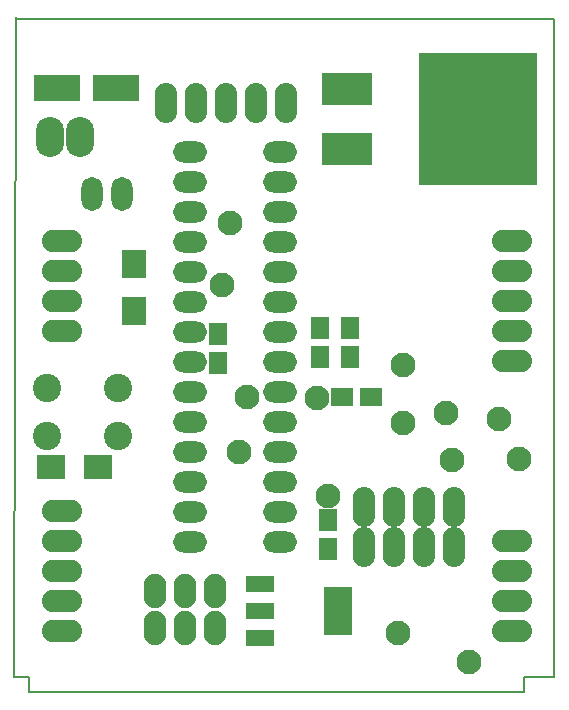
<source format=gbr>
G04 #@! TF.FileFunction,Soldermask,Bot*
%FSLAX46Y46*%
G04 Gerber Fmt 4.6, Leading zero omitted, Abs format (unit mm)*
G04 Created by KiCad (PCBNEW no-bzr-product) date 06/18/16 10:32:15*
%MOMM*%
%LPD*%
G01*
G04 APERTURE LIST*
%ADD10C,0.100000*%
%ADD11C,0.150000*%
%ADD12O,1.900000X3.400000*%
%ADD13O,1.900000X2.900000*%
%ADD14O,3.400000X1.900000*%
%ADD15R,2.432000X4.057600*%
%ADD16R,2.432000X1.416000*%
%ADD17O,1.800000X2.900000*%
%ADD18C,2.400000*%
%ADD19C,2.100000*%
%ADD20O,2.400000X3.400000*%
%ADD21O,2.900000X1.800000*%
%ADD22R,1.650000X1.900000*%
%ADD23R,2.100000X2.400000*%
%ADD24R,1.900000X1.650000*%
%ADD25R,2.400000X2.100000*%
%ADD26R,3.900120X2.200860*%
%ADD27R,4.200000X2.700000*%
%ADD28R,9.950000X11.300000*%
G04 APERTURE END LIST*
D10*
D11*
X117856000Y-92837000D02*
X117856000Y-37084000D01*
X115316000Y-92837000D02*
X115316000Y-94107000D01*
X117856000Y-92837000D02*
X115316000Y-92837000D01*
X73406000Y-92837000D02*
X73406000Y-94107000D01*
X72136000Y-92837000D02*
X73406000Y-92837000D01*
X72263000Y-36957000D02*
X72136000Y-92837000D01*
X117856000Y-37084000D02*
X72263000Y-37084000D01*
X73406000Y-94107000D02*
X115316000Y-94107000D01*
D12*
X101727000Y-81807000D03*
X104267000Y-81807000D03*
X101727000Y-78467000D03*
X104267000Y-78467000D03*
X106807000Y-81807000D03*
X106807000Y-78467000D03*
X109347000Y-81807000D03*
X109347000Y-78467000D03*
D13*
X89154000Y-85552000D03*
X89154000Y-88692000D03*
X86614000Y-85552000D03*
X86614000Y-88692000D03*
X84074000Y-85552000D03*
X84074000Y-88692000D03*
D12*
X95123000Y-44196000D03*
X92583000Y-44196000D03*
X90043000Y-44196000D03*
X87503000Y-44196000D03*
X84963000Y-44196000D03*
D14*
X76200000Y-55880000D03*
X76200000Y-58420000D03*
X76200000Y-60960000D03*
X76200000Y-63500000D03*
X76200000Y-78740000D03*
X76200000Y-81280000D03*
X76200000Y-83820000D03*
X76200000Y-86360000D03*
X76200000Y-88900000D03*
X114300000Y-88900000D03*
X114300000Y-86360000D03*
X114300000Y-83820000D03*
X114300000Y-81280000D03*
X114300000Y-66040000D03*
X114300000Y-63500000D03*
X114300000Y-60960000D03*
X114300000Y-58420000D03*
X114300000Y-55880000D03*
D15*
X99568000Y-87249000D03*
D16*
X92964000Y-87249000D03*
X92964000Y-84963000D03*
X92964000Y-89535000D03*
D17*
X78740000Y-51943000D03*
X81280000Y-51943000D03*
D18*
X74930000Y-68390000D03*
X80930000Y-68390000D03*
X74930000Y-72390000D03*
X80930000Y-72390000D03*
D19*
X105029000Y-66393060D03*
X105029000Y-71274940D03*
D20*
X75184000Y-47117000D03*
X77724000Y-47117000D03*
D21*
X87022449Y-48392239D03*
X87022449Y-50932239D03*
X87022449Y-53472239D03*
X87022449Y-56012239D03*
X87022449Y-58552239D03*
X87022449Y-61092239D03*
X87022449Y-63632239D03*
X87022449Y-66172239D03*
X87022449Y-68712239D03*
X87022449Y-71252239D03*
X87022449Y-73792239D03*
X87022449Y-76332239D03*
X87022449Y-78872239D03*
X87022449Y-81412239D03*
X94642449Y-81412239D03*
X94642449Y-78872239D03*
X94642449Y-76332239D03*
X94642449Y-73792239D03*
X94642449Y-71252239D03*
X94642449Y-68712239D03*
X94642449Y-66172239D03*
X94642449Y-63632239D03*
X94642449Y-61092239D03*
X94642449Y-58552239D03*
X94642449Y-56012239D03*
X94642449Y-53472239D03*
X94642449Y-50932239D03*
X94642449Y-48392239D03*
D22*
X98044000Y-65766000D03*
X98044000Y-63266000D03*
X89408000Y-63774000D03*
X89408000Y-66274000D03*
D23*
X82296000Y-61817000D03*
X82296000Y-57817000D03*
D22*
X100584000Y-65766000D03*
X100584000Y-63266000D03*
D24*
X99842000Y-69088000D03*
X102342000Y-69088000D03*
D22*
X98679000Y-82022000D03*
X98679000Y-79522000D03*
D25*
X79216000Y-75057000D03*
X75216000Y-75057000D03*
D26*
X80731360Y-42926000D03*
X75732640Y-42926000D03*
D27*
X100330000Y-48133000D03*
X100330000Y-43053000D03*
D28*
X111380000Y-45593000D03*
D19*
X110641730Y-91565845D03*
X104602700Y-89109730D03*
X108685658Y-70440633D03*
X113131509Y-70965144D03*
X114857267Y-74356388D03*
X109144998Y-74413510D03*
X89751716Y-59651576D03*
X91166027Y-73740735D03*
X98672681Y-77525635D03*
X91796293Y-69140944D03*
X97717380Y-69188167D03*
X90424000Y-54356000D03*
M02*

</source>
